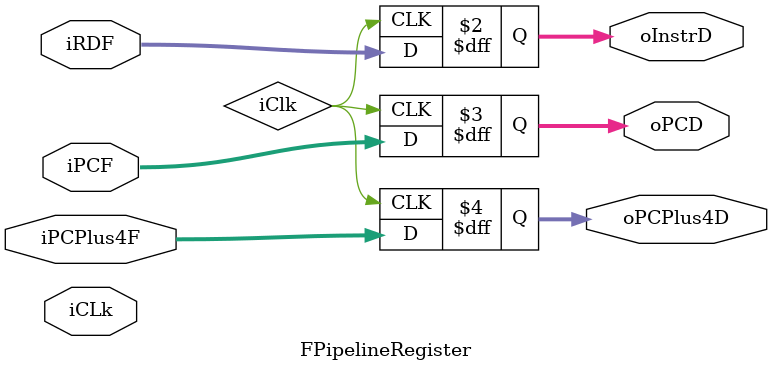
<source format=sv>
module FPipelineRegister (
    input  logic        iCLk,
    input  logic [31:0] iRDF,
    input  logic [31:0] iPCF,
    input  logic [31:0] iPCPlus4F,

    output logic [31:0] oInstrD,
    output logic [31:0] oPCD,
    output logic [31:0] oPCPlus4D,
);
  
    always_ff @ (posedge iClk) begin 
        oInstrD <= iRDF;
        oPCD <= iPCF;
        oPCPlus4D <= iPCPlus4F;
    end

endmodule

</source>
